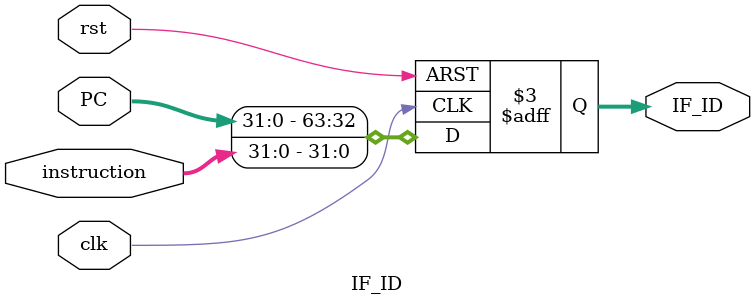
<source format=v>

module IF_ID(clk, rst, PC, instruction, IF_ID);
    input [31:0] PC, instruction;
    input clk, rst;
    output reg [63:0] IF_ID;
    
    reg [63:0] IF_ID_nxt;

    always @(posedge clk or negedge rst) begin
        if(~rst) begin
            IF_ID_nxt <= 'b0;
            IF_ID <= 'b0;
        end
        else
            IF_ID <= {PC, instruction};
    end    
    
        
    // always @(posedge clk) begin
    //     IF_ID <= IF_ID_nxt;        
    // end
endmodule
</source>
